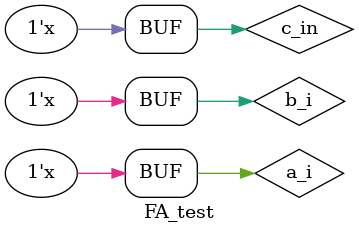
<source format=v>
`timescale 1ns / 1ps


module FA_test;

	// Inputs
	reg a_i;
	reg b_i;
	reg c_in;

	// Outputs
	wire S_i;
	wire C_out;

	// Instantiate the Unit Under Test (UUT)
	FA uut (
		.a_i(a_i), 
		.b_i(b_i), 
		.c_in(c_in), 
		.S_i(S_i), 
		.C_out(C_out)
	);

	initial begin
		// Initialize Inputs
		a_i = 0;
		b_i = 0;
		c_in = 0;

		// Wait 100 ns for global reset to finish
		#100;
        
		// Add stimulus here

	end
	always #1 c_in= ~c_in;
	always #2 a_i = ~a_i;
	always #4 b_i = ~b_i;
      
endmodule


</source>
